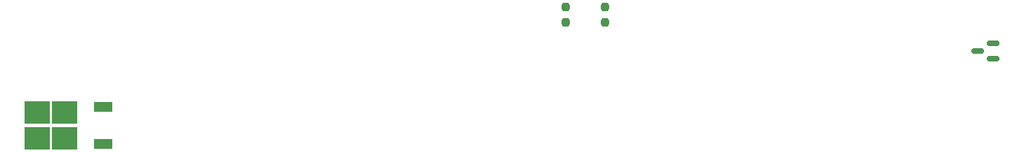
<source format=gbr>
%TF.GenerationSoftware,KiCad,Pcbnew,(6.0.1)*%
%TF.CreationDate,2022-11-29T12:14:00-05:00*%
%TF.ProjectId,rear-control-board,72656172-2d63-46f6-9e74-726f6c2d626f,rev?*%
%TF.SameCoordinates,Original*%
%TF.FileFunction,Paste,Bot*%
%TF.FilePolarity,Positive*%
%FSLAX46Y46*%
G04 Gerber Fmt 4.6, Leading zero omitted, Abs format (unit mm)*
G04 Created by KiCad (PCBNEW (6.0.1)) date 2022-11-29 12:14:00*
%MOMM*%
%LPD*%
G01*
G04 APERTURE LIST*
G04 Aperture macros list*
%AMRoundRect*
0 Rectangle with rounded corners*
0 $1 Rounding radius*
0 $2 $3 $4 $5 $6 $7 $8 $9 X,Y pos of 4 corners*
0 Add a 4 corners polygon primitive as box body*
4,1,4,$2,$3,$4,$5,$6,$7,$8,$9,$2,$3,0*
0 Add four circle primitives for the rounded corners*
1,1,$1+$1,$2,$3*
1,1,$1+$1,$4,$5*
1,1,$1+$1,$6,$7*
1,1,$1+$1,$8,$9*
0 Add four rect primitives between the rounded corners*
20,1,$1+$1,$2,$3,$4,$5,0*
20,1,$1+$1,$4,$5,$6,$7,0*
20,1,$1+$1,$6,$7,$8,$9,0*
20,1,$1+$1,$8,$9,$2,$3,0*%
G04 Aperture macros list end*
%ADD10R,3.050000X2.750000*%
%ADD11R,2.200000X1.200000*%
%ADD12RoundRect,0.237500X0.237500X-0.250000X0.237500X0.250000X-0.237500X0.250000X-0.237500X-0.250000X0*%
%ADD13RoundRect,0.237500X-0.237500X0.250000X-0.237500X-0.250000X0.237500X-0.250000X0.237500X0.250000X0*%
%ADD14RoundRect,0.150000X0.587500X0.150000X-0.587500X0.150000X-0.587500X-0.150000X0.587500X-0.150000X0*%
G04 APERTURE END LIST*
D10*
%TO.C,D3*%
X67825000Y-129225000D03*
X71175000Y-132275000D03*
X67825000Y-132275000D03*
X71175000Y-129225000D03*
D11*
X75800000Y-128470000D03*
X75800000Y-133030000D03*
%TD*%
D12*
%TO.C,R8*%
X131625000Y-118250000D03*
X131625000Y-116425000D03*
%TD*%
D13*
%TO.C,R5*%
X136375000Y-116425000D03*
X136375000Y-118250000D03*
%TD*%
D14*
%TO.C,D7*%
X183187500Y-120800000D03*
X183187500Y-122700000D03*
X181312500Y-121750000D03*
%TD*%
M02*

</source>
